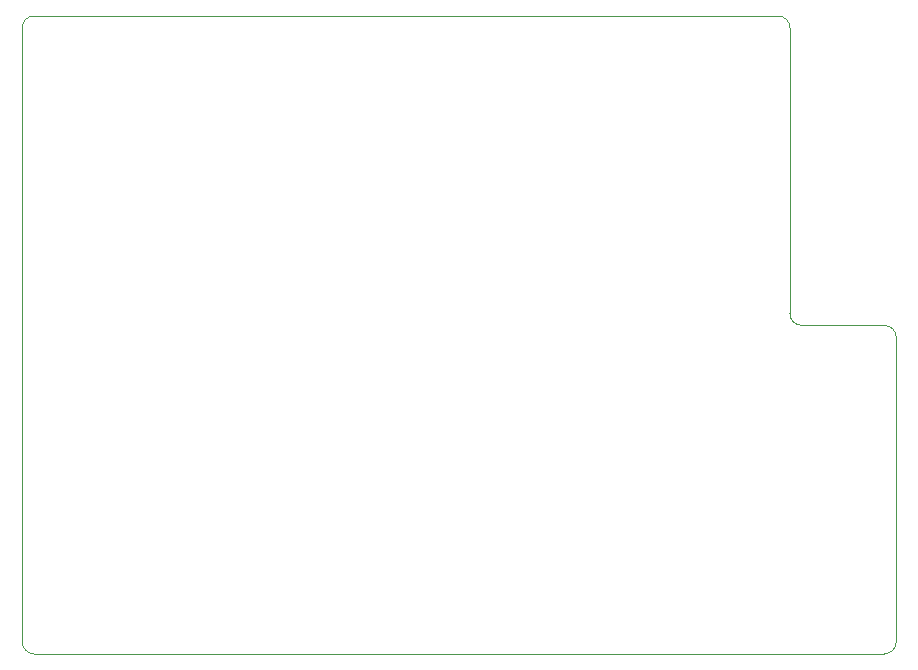
<source format=gm1>
%TF.GenerationSoftware,KiCad,Pcbnew,(6.0.8)*%
%TF.CreationDate,2023-02-20T09:44:42-06:00*%
%TF.ProjectId,PumpTimerV2,50756d70-5469-46d6-9572-56322e6b6963,rev?*%
%TF.SameCoordinates,Original*%
%TF.FileFunction,Profile,NP*%
%FSLAX46Y46*%
G04 Gerber Fmt 4.6, Leading zero omitted, Abs format (unit mm)*
G04 Created by KiCad (PCBNEW (6.0.8)) date 2023-02-20 09:44:42*
%MOMM*%
%LPD*%
G01*
G04 APERTURE LIST*
%TA.AperFunction,Profile*%
%ADD10C,0.050000*%
%TD*%
G04 APERTURE END LIST*
D10*
X104000000Y-60000000D02*
X41000000Y-60000000D01*
X114000000Y-87200000D02*
G75*
G03*
X113000000Y-86200000I-1000000J0D01*
G01*
X105000000Y-85200000D02*
G75*
G03*
X106000000Y-86200000I1000000J0D01*
G01*
X114000000Y-87200000D02*
X114000000Y-113000000D01*
X113000000Y-114000000D02*
X41000000Y-114000000D01*
X105000000Y-85200000D02*
X105000000Y-61000000D01*
X106000000Y-86200000D02*
X113000000Y-86200000D01*
X40000000Y-113000000D02*
G75*
G03*
X41000000Y-114000000I1000000J0D01*
G01*
X40000000Y-61000000D02*
X40000000Y-113000000D01*
X113000000Y-114000000D02*
G75*
G03*
X114000000Y-113000000I0J1000000D01*
G01*
X41000000Y-60000000D02*
G75*
G03*
X40000000Y-61000000I0J-1000000D01*
G01*
X105000000Y-61000000D02*
G75*
G03*
X104000000Y-60000000I-1000000J0D01*
G01*
M02*

</source>
